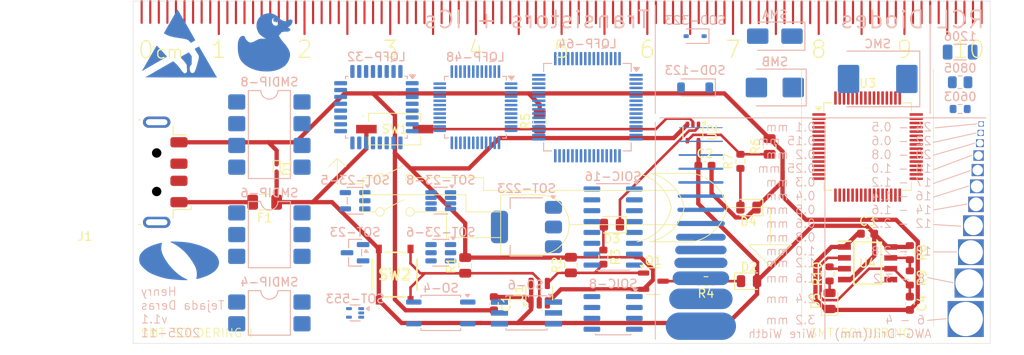
<source format=kicad_pcb>
(kicad_pcb (version 20241229) (generator "pcbnew") (generator_version "9.0")
  (title_block (title "SMT Soldering Training Test Piece") (date "2025-11-26") (rev "1.1") (company "The Shop - Franklin W. Olin College of Engineering") (comment 1 "Henry Tejada Deras"))
  (layers (0 "F.Cu" signal) (2 "B.Cu" signal) (13 "F.Paste" user) (15 "B.Paste" user) (5 "F.SilkS" user "F.Silkscreen") (7 "B.SilkS" user "B.Silkscreen") (1 "F.Mask" user) (3 "B.Mask" user) (25 "Edge.Cuts" user))
  (net 0 "")
  (net 1 "GND")
  (net 2 "+5V")
  (net 3 "Net-(D3-A)")
  (net 4 "Net-(D4-A)")
  (net 5 "Net-(D2-K)")
  (net 6 "Net-(J1-VBUS)")
  (net 9 "Net-(D3-K)")
  (net 10 "Net-(R1-Pad1)")
  (net 11 "Net-(SW1-B)")
  (net 12 "Net-(R6-Pad1)")
  (net 15 "Net-(Q1-D)")
  (net 16 "Net-(Q1-G)")
  (net 77 "Net-(D5-A)")
  (net 82 "/DISCH")
  (net 83 "/THRES")
  (net 85 "Net-(U4-OUT)")
  (footprint "Resistor_SMD:R_0805_2012Metric" (layer "F.Cu") (at 70.47 68.54 90)
    (property "Reference" "R2")
    (property "Value" "10K")
  )
  (footprint "smt_soldering_training:Switch" (layer "F.Cu") (at 51.69 58.3225)
    (property "Reference" "REF**" (hide yes))
    (property "Value" "Switch" (hide yes))
  )
  (footprint "Resistor_SMD:R_0805_2012Metric" (layer "F.Cu") (at 93.66 54.68 90)
    (property "Reference" "R6")
    (property "Value" "10K")
  )
  (footprint "Resistor_SMD:R_0603_1608Metric" (layer "F.Cu") (at 100.66 69.56975 90)
    (property "Reference" "R10")
    (property "Value" "200")
  )
  (footprint "smt_soldering_training:AND Gate" (layer "F.Cu") (at 66.78 62.3225)
    (property "Reference" "REF**" (hide yes))
    (property "Value" "AND Gate" (hide yes))
  )
  (footprint "Resistor_SMD:R_0805_2012Metric" (layer "F.Cu") (at 66.83 51.74 90)
    (property "Reference" "R5")
    (property "Value" "10K")
  )
  (footprint "smt_soldering_training:Switch" (layer "F.Cu") (at 51.69 62.3225)
    (property "Reference" "REF**" (hide yes))
    (property "Value" "Switch" (hide yes))
  )
  (footprint "Diode_SMD:D_SOD-923" (layer "F.Cu") (at 36.14 57.19 -90)
    (property "Reference" "D1")
    (property "Value" "DF2S5.6FS,L3M")
  )
  (footprint "LED_SMD:LED_0805_2012Metric" (layer "F.Cu") (at 91.25625 70.42)
    (property "Reference" "D2")
    (property "Value" "LED")
  )
  (footprint "smt_soldering_training:SOIC127P600X170-8N" (layer "F.Cu") (at 105.09 68.33)
    (property "Reference" "U4")
    (property "Value" "NE555S-13" (hide yes))
  )
  (footprint "smt_soldering_training:rulercm" (layer "F.Cu") (at 19.39 77.6925)
    (property "Reference" "REF**" (hide yes))
    (property "Value" "rulercm")
    (fp_line (start 0 -40) (end 100 -40) (stroke (width 0.05)) (layer "Edge.Cuts"))
    (fp_line (start 0 0) (end 0 -40) (stroke (width 0.05)) (layer "Edge.Cuts"))
    (fp_line (start 100 -40) (end 100 0) (stroke (width 0.05)) (layer "Edge.Cuts"))
    (fp_line (start 100 0) (end 0 0) (stroke (width 0.05)) (layer "Edge.Cuts"))
  )
  (footprint "LED_SMD:LED_0805_2012Metric" (layer "F.Cu") (at 100.66 72.73475 90)
    (property "Reference" "D5")
    (property "Value" "LED")
  )
  (footprint "Resistor_SMD:R_0603_1608Metric" (layer "F.Cu") (at 110.02 67.085 -90)
    (property "Reference" "R8")
    (property "Value" "500k")
  )
  (footprint "Connector_USB:USB_A_Molex_48037-2200_Horizontal" (layer "F.Cu") (at 13.765 57.6925 180)
    (property "Reference" "J1")
    (property "Value" "AU-Y1006-2")
  )
  (footprint "LED_SMD:LED_0805_2012Metric" (layer "F.Cu") (at 91.19 61.822502 180)
    (property "Reference" "D4")
    (property "Value" "LED")
  )
  (footprint "smt_soldering_training:5V" (layer "F.Cu") (at 43.22 59.0525)
    (property "Reference" "REF**" (hide yes))
    (property "Value" "5V" (hide yes))
  )
  (footprint "Resistor_SMD:R_0603_1608Metric" (layer "F.Cu") (at 74.26 67.6075 -90)
    (property "Reference" "R3")
    (property "Value" "200")
  )
  (footprint "Package_TO_SOT_SMD:SOT-23-3" (layer "F.Cu") (at 80.09 70.42)
    (property "Reference" "Q1")
    (property "Value" "2N7002-7-F")
  )
  (footprint "Package_QFP:LQFP-64_10x10mm_P0.5mm" (layer "F.Cu") (at 105.09 54.6925)
    (property "Reference" "U3")
    (property "Value" "LQFP64 IC")
  )
  (footprint "Capacitor_SMD:C_0603_1608Metric" (layer "F.Cu") (at 105.09 64.875)
    (property "Reference" "C3")
    (property "Value" "0.01u")
  )
  (footprint "Capacitor_SMD:C_0603_1608Metric" (layer "F.Cu") (at 86.11 56.95)
    (property "Reference" "C2")
    (property "Value" "0.1u")
  )
  (footprint "smt_soldering_training:XOR Gate" (layer "F.Cu") (at 79.69 61.822502)
    (property "Reference" "REF**" (hide yes))
    (property "Value" "XOR Gate" (hide yes))
  )
  (footprint "Resistor_SMD:R_0603_1608Metric" (layer "F.Cu") (at 86.23625 70.42 180)
    (property "Reference" "R4")
    (property "Value" "200")
  )
  (footprint "Package_TO_SOT_SMD:SOT-353_SC-70-5" (layer "F.Cu") (at 84.71 53.0525 -90)
    (property "Reference" "U2")
    (property "Value" "SN74LVC1G86DCKR")
  )
  (footprint "Capacitor_SMD:C_0603_1608Metric" (layer "F.Cu") (at 110.02 73.005 -90)
    (property "Reference" "C4")
    (property "Value" "1u")
  )
  (footprint "Resistor_SMD:R_0603_1608Metric" (layer "F.Cu") (at 110.02 70.045 -90)
    (property "Reference" "R9")
    (property "Value" "500k")
  )
  (footprint "Package_TO_SOT_SMD:SOT-23-5" (layer "F.Cu") (at 66.78 71.8225 90)
    (property "Reference" "U1")
    (property "Value" "SN74LVC1G08DBVR")
  )
  (footprint "smt_soldering_training:GND" (layer "F.Cu") (at 93.73 66.1725)
    (property "Reference" "REF**" (hide yes))
    (property "Value" "GND" (hide yes))
  )
  (footprint "Capacitor_SMD:C_0603_1608Metric" (layer "F.Cu") (at 61.49 73.05 -90)
    (property "Reference" "C1")
    (property "Value" "0.1u")
  )
  (footprint "Resistor_SMD:R_0603_1608Metric" (layer "F.Cu") (at 90.25 56.42 90)
    (property "Reference" "R7")
    (property "Value" "200")
  )
  (footprint "smt_soldering_training:PTS526SM15SMTR2LFS" (layer "F.Cu") (at 49.91 69.6525 90)
    (property "Reference" "SW2")
    (property "Value" "PTS526SM15SMTR2 LFS" (hide yes))
  )
  (footprint "Resistor_SMD:R_0805_2012Metric" (layer "F.Cu") (at 58.14 68.58 90)
    (property "Reference" "R1")
    (property "Value" "10K")
  )
  (footprint "smt_soldering_training:PTS636SK25FSMTRLFS" (layer "F.Cu") (at 49.91 52.6525)
    (property "Reference" "SW1")
    (property "Value" "PTS636SK25FSMTR LFS" (hide yes))
  )
  (footprint "LED_SMD:LED_0805_2012Metric" (layer "F.Cu") (at 75.26 63.8225 180)
    (property "Reference" "D3")
    (property "Value" "LED")
  )
  (footprint "Fuse:Fuse_1206_3216Metric" (layer "F.Cu") (at 34.74 61.19 180)
    (property "Reference" "F1")
    (property "Value" "250m")
  )
  (footprint "Untitled" (layer "B.Cu") (at 117.34 63.943 -90)
    (property "Reference" "REF**" (hide yes))
    (property "Value" "Untitled" (hide yes))
  )
  (footprint "Package_TO_SOT_SMD:SOT-23-8" (layer "B.Cu") (at 55.29 61.0105 180)
    (property "Reference" "SOT-23-8")
    (property "Value" "SOT-23-8")
  )
  (footprint "Package_DIP:SMDIP-4_W7.62mm" (layer "B.Cu") (at 35.29 74.1305 180)
    (property "Reference" "SMDIP-4")
    (property "Value" "SMDIP-4_W7.62mm")
  )
  (footprint "Package_SO:SOIC-8_3.9x4.9mm_P1.27mm" (layer "B.Cu") (at 75.4 74.1305 180)
    (property "Reference" "SOIC-8")
    (property "Value" "SOIC-8_3.9x4.9mm_P1.27mm")
  )
  (footprint "Package_TO_SOT_SMD:SOT-23-6" (layer "B.Cu") (at 55.29 67.098 180)
    (property "Reference" "SOT-23-6")
    (property "Value" "SOT-23-6")
  )
  (footprint "Package_TO_SOT_SMD:SOT-223" (layer "B.Cu") (at 65.29 64.093 180)
    (property "Reference" "SOT-223")
    (property "Value" "SOT-223")
  )
  (footprint "Package_QFP:LQFP-64_10x10mm_P0.5mm" (layer "B.Cu") (at 72.4 50.093 180)
    (property "Reference" "LQFP-64")
    (property "Value" "LQFP-64_10x10mm_P0.5mm")
  )
  (footprint "Package_SO:SO-4_4.4x3.9mm_P2.54mm" (layer "B.Cu") (at 55.29 74.1305 180)
    (property "Reference" "SO-4")
    (property "Value" "SO-4_4.4x3.9mm_P2.54mm")
  )
  (footprint "Untitled" (layer "B.Cu") (at 117.94 57.443 -90)
    (property "Reference" "REF**" (hide yes))
    (property "Value" "Untitled" (hide yes))
  )
  (footprint "Resistor_SMD:R_0603_1608Metric" (layer "B.Cu") (at 115.89 50.303 180)
    (property "Reference" "0603")
    (property "Value" "R_0603_1608Metric")
  )
  (footprint "Untitled" (layer "B.Cu") (at 118.19 54.293 -90)
    (property "Reference" "REF**" (hide yes))
    (property "Value" "Untitled" (hide yes))
  )
  (footprint "Untitled" (layer "B.Cu") (at 117.74 61.443 -90)
    (property "Reference" "REF**" (hide yes))
    (property "Value" "Untitled" (hide yes))
  )
  (footprint "Diode_SMD:D_SMA" (layer "B.Cu") (at 94.27 41.793 180)
    (property "Reference" "SMA")
    (property "Value" "D_SMA")
  )
  (footprint "Package_QFP:LQFP-32_7x7mm_P0.8mm" (layer "B.Cu") (at 47.78 50.093 180)
    (property "Reference" "LQFP-32")
    (property "Value" "LQFP-32_7x7mm_P0.8mm")
  )
  (footprint "Diode_SMD:D_SOD-123" (layer "B.Cu") (at 84.97 47.793 180)
    (property "Reference" "SOD-123")
    (property "Value" "D_SOD-123")
  )
  (footprint "Diode_SMD:D_SMB" (layer "B.Cu") (at 94.27 47.793 180)
    (property "Reference" "SMB")
    (property "Value" "D_SMB")
  )
  (footprint "Untitled" (layer "B.Cu") (at 118.04 55.743 -90)
    (property "Reference" "REF**" (hide yes))
    (property "Value" "Untitled" (hide yes))
  )
  (footprint "Package_SO:SOIC-16_3.9x9.9mm_P1.27mm" (layer "B.Cu") (at 75.4 64.093 180)
    (property "Reference" "SOIC-16")
    (property "Value" "SOIC-16_3.9x9.9mm_P1.27mm")
  )
  (footprint "Untitled" (layer "B.Cu") (at 116.54 74.843 -90)
    (property "Reference" "REF**" (hide yes))
    (property "Value" "Untitled" (hide yes))
  )
  (footprint "Package_TO_SOT_SMD:SOT-553" (layer "B.Cu") (at 45.29 74.1305 180)
    (property "Reference" "SOT-553")
    (property "Value" "SOT-553")
  )
  (footprint "Untitled" (layer "B.Cu") (at 117.84 59.343 -90)
    (property "Reference" "REF**" (hide yes))
    (property "Value" "Untitled" (hide yes))
  )
  (footprint "Package_DIP:SMDIP-6_W7.62mm" (layer "B.Cu") (at 35.29 64.9805 180)
    (property "Reference" "SMDIP-6")
    (property "Value" "SMDIP-6_W7.62mm")
  )
  (footprint "Diode_SMD:D_SOD-323" (layer "B.Cu") (at 84.97 41.793 180)
    (property "Reference" "SOD-323")
    (property "Value" "D_SOD-323")
  )
  (footprint "Untitled" (layer "B.Cu") (at 118.29 53.093 -90)
    (property "Reference" "REF**" (hide yes))
    (property "Value" "Untitled" (hide yes))
  )
  (footprint "Package_QFP:LQFP-48_7x7mm_P0.5mm" (layer "B.Cu") (at 59.33 50.093 180)
    (property "Reference" "LQFP-48")
    (property "Value" "LQFP-48_7x7mm_P0.5mm")
  )
  (footprint "Resistor_SMD:R_1206_3216Metric" (layer "B.Cu") (at 115.89 43.653 180)
    (property "Reference" "1206")
    (property "Value" "R_1206_3216Metric")
  )
  (footprint "OEM:R_0805_2012Metric" (layer "B.Cu") (at 115.89 47.178 180)
    (property "Reference" "0805")
    (property "Value" "R_0805_2012Metric")
  )
  (footprint "Package_TO_SOT_SMD:SOT-23-5" (layer "B.Cu") (at 45.29 61.023 180)
    (property "Reference" "SOT-23-5")
    (property "Value" "SOT-23-5")
  )
  (footprint "Package_TO_SOT_SMD:SOT-23" (layer "B.Cu") (at 45.29 67.098 180)
    (property "Reference" "SOT-23")
    (property "Value" "SOT-23")
  )
  (footprint "Untitled" (layer "B.Cu") (at 118.34 52.043 -90)
    (property "Reference" "REF**" (hide yes))
    (property "Value" "Untitled" (hide yes))
  )
  (footprint "Diode_SMD:D_SMC" (layer "B.Cu") (at 106.27 46.793 180)
    (property "Reference" "SMC")
    (property "Value" "D_SMC")
  )
  (footprint "LOGO" (layer "B.Cu") (at 24.79 68.1305 180)
    (property "Reference" "G***" (hide yes))
    (property "Value" "LOGO" (hide yes))
  )
  (footprint "Untitled" (layer "B.Cu") (at 116.94 70.643 -90)
    (property "Reference" "REF**" (hide yes))
    (property "Value" "Untitled" (hide yes))
  )
  (footprint "Symbol:ESD-Logo_8.9x8mm_SilkScreen" (layer "B.Cu") (at 24.79 42.6305 180)
    (property "Reference" "REF**" (hide yes))
    (property "Value" "ESD-Logo_8.9x8mm_SilkScreen" (hide yes))
  )
  (footprint "Untitled" (layer "B.Cu") (at 117.14 67.043 -90)
    (property "Reference" "REF**" (hide yes))
    (property "Value" "Untitled" (hide yes))
  )
  (footprint "Package_DIP:SMDIP-8_W7.62mm" (layer "B.Cu") (at 35.29 53.2905 180)
    (property "Reference" "SMDIP-8")
    (property "Value" "SMDIP-8_W7.62mm")
  )
  (footprint "Package_SO:SO-6_4.4x3.6mm_P1.27mm" (layer "B.Cu") (at 65.29 74.1305 180)
    (property "Reference" "SO-6")
    (property "Value" "SO-6_4.4x3.6mm_P1.27mm")
  )
  (footprint "LOGO" (layer "B.Cu") (at 34.801095 42.651354 180)
    (property "Reference" "G***" (hide yes))
    (property "Value" "LOGO" (hide yes))
  )
  (gr_line (start 88.14 63.683) (end 83.14 63.683) (stroke (width 0.6)) (layer "B.Cu"))
  (gr_line (start 88.14 68.283) (end 83.14 68.283) (stroke (width 1.2)) (layer "B.Cu"))
  (gr_line (start 88.14 70.083) (end 83.14 70.083) (stroke (width 1.6)) (layer "B.Cu"))
  (gr_line (start 88.14 58.883) (end 83.14 58.883) (stroke (width 0.3)) (layer "B.Cu"))
  (gr_line (start 88.14 52.483) (end 83.14 52.483) (stroke (width 0.1)) (layer "B.Cu"))
  (gr_line (start 88.14 75.683) (end 83.14 75.683) (stroke (width 3.2)) (layer "B.Cu"))
  (gr_line (start 88.14 62.083) (end 83.14 62.083) (stroke (width 0.5)) (layer "B.Cu"))
  (gr_line (start 88.14 57.283) (end 83.14 57.283) (stroke (width 0.25)) (layer "B.Cu"))
  (gr_line (start 88.14 54.083) (end 83.14 54.083) (stroke (width 0.15)) (layer "B.Cu"))
  (gr_line (start 88.14 66.783) (end 83.14 66.783) (stroke (width 1)) (layer "B.Cu"))
  (gr_line (start 88.14 65.283) (end 83.14 65.283) (stroke (width 0.8)) (layer "B.Cu"))
  (gr_line (start 88.14 72.483) (end 83.14 72.483) (stroke (width 2.4)) (layer "B.Cu"))
  (gr_line (start 88.14 60.483) (end 83.14 60.483) (stroke (width 0.4)) (layer "B.Cu"))
  (gr_line (start 88.14 55.683) (end 83.14 55.683) (stroke (width 0.2)) (layer "B.Cu"))
  (gr_line (start 74.28 59.8225) (end 60.38 59.8225) (stroke (width 0.1)) (layer "F.SilkS"))
  (gr_line (start 46.19 60.3225) (end 58.22 60.3225) (stroke (width 0.1)) (layer "F.SilkS"))
  (gr_line (start 58.22 61.3225) (end 58.22 62.3225) (stroke (width 0.1)) (layer "F.SilkS"))
  (gr_line (start 60.28 58.3225) (end 53.69 58.3225) (stroke (width 0.1)) (layer "F.SilkS"))
  (gr_line (start 89.69 61.822502) (end 93.73 61.822502) (stroke (width 0.1)) (layer "F.SilkS"))
  (gr_line (start 112.79 75.6925) (end 112.79 45.6925) (stroke (width 0.1)) (layer "F.SilkS"))
  (gr_line (start 58.28 65.3225) (end 55.95 65.3225) (stroke (width 0.1)) (layer "F.SilkS"))
  (gr_line (start 58.28 62.3225) (end 58.22 62.3225) (stroke (width 0.1)) (layer "F.SilkS"))
  (gr_line (start 55.95 65.3225) (end 55.95 63.822502) (stroke (width 0.1)) (layer "F.SilkS"))
  (gr_line (start 43.22 59.0525) (end 46.19 59.0525) (stroke (width 0.1)) (layer "F.SilkS"))
  (gr_line (start 97.39 75.6925) (end 97.39 45.6925) (stroke (width 0.1)) (layer "F.SilkS"))
  (gr_line (start 58.22 60.3225) (end 58.22 61.3225) (stroke (width 0.1)) (layer "F.SilkS"))
  (gr_line (start 60.38 59.8225) (end 60.28 59.8225) (stroke (width 0.1)) (layer "F.SilkS"))
  (gr_line (start 60.28 58.3225) (end 60.28 59.8225) (stroke (width 0.1)) (layer "F.SilkS"))
  (gr_line (start 74.28 59.8225) (end 77.29 59.822502) (stroke (width 0.1)) (layer "F.SilkS"))
  (gr_line (start 46.19 58.3225) (end 46.19 62.3225) (stroke (width 0.1)) (layer "F.SilkS"))
  (gr_line (start 74.28 63.8225) (end 77.29 63.822502) (stroke (width 0.1)) (layer "F.SilkS"))
  (gr_line (start 53.69 62.3225) (end 55.95 62.3225) (stroke (width 0.1)) (layer "F.SilkS"))
  (gr_line (start 55.95 62.3225) (end 55.95 63.822502) (stroke (width 0.1)) (layer "F.SilkS"))
  (gr_line (start 93.73 63.1725) (end 93.73 61.8225) (stroke (width 0.1)) (layer "F.SilkS"))
  (gr_line (start 100.11 51.843) (end 100.11 77.193) (stroke (width 0.1)) (layer "B.SilkS"))
  (gr_line (start 108.28 51.343) (end 97.33 51.343) (stroke (width 0.1)) (layer "B.SilkS"))
  (gr_line (start 115.98 64.003) (end 112.78 63.803) (stroke (width 0.1)) (layer "B.SilkS"))
  (gr_line (start 117.88 52.04) (end 112.98 52.503) (stroke (width 0.1)) (layer "B.SilkS"))
  (gr_line (start 117.78 53.103) (end 112.78 54.203) (stroke (width 0.1)) (layer "B.SilkS"))
  (gr_line (start 116.88 59.303) (end 112.78 60.603) (stroke (width 0.1)) (layer "B.SilkS"))
  (gr_line (start 118.89 51.343) (end 108.28 51.343) (stroke (width 0.1)) (layer "B.SilkS"))
  (gr_line (start 115.08 70.603) (end 112.08 70.003) (stroke (width 0.1)) (layer "B.SilkS"))
  (gr_line (start 116.68 61.403) (end 112.78 62.103) (stroke (width 0.1)) (layer "B.SilkS"))
  (gr_line (start 117.58 54.303) (end 112.78 55.703) (stroke (width 0.1)) (layer "B.SilkS"))
  (gr_line (start 97.33 51.343) (end 83.705 51.343) (stroke (width 0.1)) (layer "B.SilkS"))
  (gr_line (start 114.28 74.803) (end 112.08 75.003) (stroke (width 0.1)) (layer "B.SilkS"))
  (gr_line (start 117.08 57.503) (end 112.78 59.003) (stroke (width 0.1)) (layer "B.SilkS"))
  (gr_line (start 115.48 67.003) (end 112.78 67.003) (stroke (width 0.1)) (layer "B.SilkS"))
  (gr_line (start 112.39 38.193) (end 112.39 50.843) (stroke (width 0.1)) (layer "B.SilkS"))
  (gr_line (start 117.28 55.703) (end 112.78 57.393) (stroke (width 0.1)) (layer "B.SilkS"))
  (gr_line (start 80.32 51.843) (end 80.32 77.193) (stroke (width 0.1)) (layer "B.SilkS"))
  (gr_line (start 83.705 51.343) (end 80.82 51.343) (stroke (width 0.1)) (layer "B.SilkS"))
  (gr_line (start 80.32 38.193) (end 80.32 50.843) (stroke (width 0.1)) (layer "B.SilkS"))
  (gr_text "SMT SOLDERING I" (at 20.22 77.0525 0) (layer "F.SilkS") (effects (font (size 1 1) (thickness 0.1)) (justify left bottom)))
  (gr_text "SMT SOLDERING II" (at 98.22 77.0525 0) (layer "F.SilkS") (effects (font (size 1 1) (thickness 0.1)) (justify left bottom)))
  (gr_text "0.1 mm\n0.15 mm\n0.2 mm\n0.25 mm\n0.3 mm\n0.4 mm\n0.5 mm\n0.6 mm\n0.8 mm\n1.0 mm" (at 99.08 51.833 0) (layer "B.SilkS") (effects (font (size 1 1) (thickness 0.1)) (justify left top mirror)))
  (gr_text "1.2 mm" (at 99.08 68.283 0) (layer "B.SilkS") (effects (font (size 1 1) (thickness 0.1)) (justify left mirror)))
  (gr_text "Transistors + ICs" (at 79.89 38.693 0) (layer "B.SilkS") (effects (font (size 2 2) (thickness 0.2)) (justify left top mirror)))
  (gr_text "Henry\nTejada Deras\nv1.1\n2025-11" (at 20.22 77.0525 0) (layer "B.SilkS") (effects (font (size 1 1) (thickness 0.1)) (justify right bottom mirror)))
  (gr_text "3.2 mm\nWire Width" (at 99.08 77.153 0) (layer "B.SilkS") (effects (font (size 1 1) (thickness 0.1)) (justify left bottom mirror)))
  (gr_text "1.6 mm" (at 99.08 70.083 0) (layer "B.SilkS") (effects (font (size 1 1) (thickness 0.1)) (justify left mirror)))
  (gr_text "2.4 mm" (at 99.08 72.483 0) (layer "B.SilkS") (effects (font (size 1 1) (thickness 0.1)) (justify left mirror)))
  (gr_text "24 - 0.5\n22 - 0.6\n20 - 0.8\n18 - 1.0\n17 - 1.2\n16 - 1.4\n14 - 1.6\n12 - 2.2\n\n10 - 2.8\n\n 8 - 3.2\n\n\n 6 - 4\nAWG-Drill(mm)" (at 112.63 51.833 0) (layer "B.SilkS") (effects (font (size 1 1) (thickness 0.1)) (justify left top mirror)))
  (gr_text "RCL" (at 118.89 38.6955 0) (layer "B.SilkS") (effects (font (size 2 2) (thickness 0.2)) (justify left top mirror)))
  (gr_text "Diodes" (at 111.89 38.693 0) (layer "B.SilkS") (effects (font (size 2 2) (thickness 0.2)) (justify left top mirror)))
  (segment (start 95.17 55.2775) (end 95.17 57.61) (width 0.5) (layer "F.Cu") (net 1))
  (segment (start 100.66 73.67225) (end 100.1372 73.67225) (width 0.5) (layer "F.Cu") (net 1))
  (segment (start 86.885 60.14428) (end 89.714222 62.973502) (width 0.5) (layer "F.Cu") (net 1))
  (segment (start 62.1175 53.7025) (end 82.46 53.7025) (width 0.5) (layer "F.Cu") (net 1))
  (segment (start 70.43 67.6675) (end 70.47 67.6275) (width 0.5) (layer "F.Cu") (net 1))
  (segment (start 78.9525 71.37) (end 80.066 70.2565) (width 0.5) (layer "F.Cu") (net 1))
  (segment (start 95.17 58.780002) (end 95.17 57.61) (width 0.5) (layer "F.Cu") (net 1))
  (segment (start 58.14 63.65) (end 58.14 67.6675) (width 0.5) (layer "F.Cu") (net 1))
  (segment (start 104.315 64.875) (end 103.94 64.875) (width 0.5) (layer "F.Cu") (net 1))
  (segment (start 58.18 67.6275) (end 58.14 67.6675) (width 0.5) (layer "F.Cu") (net 1))
  (segment (start 51.195 73.825) (end 61.49 73.825) (width 0.5) (layer "F.Cu") (net 1))
  (segment (start 80.066 70.2565) (end 80.066 69.0669) (width 0.5) (layer "F.Cu") (net 1))
  (segment (start 50.370364 48.4815) (end 65.53 48.4815) (width 0.5) (layer "F.Cu") (net 1))
  (segment (start 49.94 55.45) (end 49.94 72.57) (width 0.5) (layer "F.Cu") (net 1))
  (segment (start 49.94 51.05) (end 49.94 55.45) (width 0.5) (layer "F.Cu") (net 1))
  (segment (start 110.02 73.78) (end 100.76775 73.78) (width 0.5) (layer "F.Cu") (net 1))
  (segment (start 108.409196 63.248) (end 110.946 65.784804) (width 0.5) (layer "F.Cu") (net 1))
  (segment (start 99.008 68.287034) (end 100.870034 66.425) (width 0.5) (layer "F.Cu") (net 1))
  (segment (start 36.14 55.1525) (end 35.18 54.1925) (width 0.5) (layer "F.Cu") (net 1))
  (segment (start 93.66 53.7675) (end 95.17 55.2775) (width 0.5) (layer "F.Cu") (net 1))
  (segment (start 58.14 67.6675) (end 70.43 67.6675) (width 0.5) (layer "F.Cu") (net 1))
  (segment (start 78.6266 67.6275) (end 78.0025 67.6275) (width 0.5) (layer "F.Cu") (net 1))
  (segment (start 47.46 48.4815) (end 47.46 48.57) (width 0.5) (layer "F.Cu") (net 1))
  (segment (start 38.3625 54.1925) (end 44.0735 48.4815) (width 0.5) (layer "F.Cu") (net 1))
  (segment (start 69.32 71.37) (end 78.9525 71.37) (width 0.5) (layer "F.Cu") (net 1))
  (segment (start 47.46 48.57) (end 49.94 51.05) (width 0.5) (layer "F.Cu") (net 1))
  (segment (start 80.066 69.0669) (end 78.6266 67.6275) (width 0.5) (layer "F.Cu") (net 1))
  (segment (start 51.735 57.245) (end 52.7 58.21) (width 0.5) (layer "F.Cu") (net 1))
  (segment (start 66.83 50.8275) (end 66.83 49.7815) (width 0.5) (layer "F.Cu") (net 1))
  (segment (start 92.1275 61.822502) (end 95.17 58.780002) (width 0.5) (layer "F.Cu") (net 1))
  (segment (start 36.14 56.77) (end 36.14 55.1525) (width 0.5) (layer "F.Cu") (net 1))
  (segment (start 97.908 63.248) (end 108.409196 63.248) (width 0.5) (layer "F.Cu") (net 1))
  (segment (start 47.46 48.4815) (end 50.370364 48.4815) (width 0.5) (layer "F.Cu") (net 1))
  (segment (start 38.3625 54.1925) (end 35.18 54.1925) (width 0.5) (layer "F.Cu") (net 1))
  (segment (start 49.94 72.57) (end 51.195 73.825) (width 0.5) (layer "F.Cu") (net 1))
  (segment (start 110.946 72.854) (end 110.02 73.78) (width 0.5) (layer "F.Cu") (net 1))
  (segment (start 95.17 57.61) (end 95.17 60.51) (width 0.5) (layer "F.Cu") (net 1))
  (segment (start 100.1372 73.67225) (end 99.008 72.54305) (width 0.5) (layer "F.Cu") (net 1))
  (segment (start 88.374 48.4815) (end 65.53 48.4815) (width 0.5) (layer "F.Cu") (net 1))
  (segment (start 52.7 58.21) (end 58.14 63.65) (width 0.5) (layer "F.Cu") (net 1))
  (segment (start 44.0735 48.4815) (end 47.46 48.4815) (width 0.5) (layer "F.Cu") (net 1))
  (segment (start 100.870034 66.425) (end 102.39 66.425) (width 0.5) (layer "F.Cu") (net 1))
  (segment (start 99.008 72.54305) (end 99.008 68.287034) (width 0.5) (layer "F.Cu") (net 1))
  (segment (start 70.47 67.6275) (end 78.0025 67.6275) (width 0.3) (layer "F.Cu") (net 1))
  (segment (start 110.946 65.784804) (end 110.946 72.854) (width 0.5) (layer "F.Cu") (net 1))
  (segment (start 95.17 60.51) (end 97.908 63.248) (width 0.5) (layer "F.Cu") (net 1))
  (segment (start 58.575 57.245) (end 51.735 57.245) (width 0.5) (layer "F.Cu") (net 1))
  (segment (start 67.73 72.96) (end 69.32 71.37) (width 0.5) (layer "F.Cu") (net 1))
  (segment (start 62.1175 53.7025) (end 58.575 57.245) (width 0.5) (layer "F.Cu") (net 1))
  (segment (start 100.76775 73.78) (end 100.66 73.67225) (width 0.5) (layer "F.Cu") (net 1))
  (segment (start 89.714222 62.973502) (end 90.9765 62.973502) (width 0.5) (layer "F.Cu") (net 1))
  (segment (start 86.885 56.95) (end 86.885 60.14428) (width 0.5) (layer "F.Cu") (net 1))
  (segment (start 103.94 64.875) (end 102.39 66.425) (width 0.5) (layer "F.Cu") (net 1))
  (segment (start 35.18 54.1925) (end 24.74 54.1925) (width 0.5) (layer "F.Cu") (net 1))
  (segment (start 93.66 53.7675) (end 88.374 48.4815) (width 0.5) (layer "F.Cu") (net 1))
  (segment (start 49.94 55.45) (end 51.735 57.245) (width 0.5) (layer "F.Cu") (net 1))
  (segment (start 90.9765 62.973502) (end 92.1275 61.822502) (width 0.5) (layer "F.Cu") (net 1))
  (segment (start 66.83 49.7815) (end 65.53 48.4815) (width 0.5) (layer "F.Cu") (net 1))
  (segment (start 82.46 53.7025) (end 84.06 52.1025) (width 0.5) (layer "F.Cu") (net 1))
  (segment (start 59.94 75.31) (end 64.26 75.31) (width 0.5) (layer "F.Cu") (net 2))
  (segment (start 65.83 70.685) (end 65.83 72.96) (width 0.5) (layer "F.Cu") (net 2))
  (segment (start 105.865 67.467) (end 103.097 70.235) (width 0.5) (layer "F.Cu") (net 2))
  (segment (start 61.49 72.275) (end 65.145 72.275) (width 0.5) (layer "F.Cu") (net 2))
  (segment (start 65.83 73.74) (end 64.26 75.31) (width 0.5) (layer "F.Cu") (net 2))
  (segment (start 52.7175 75.31) (end 59.94 75.31) (width 0.5) (layer "F.Cu") (net 2))
  (segment (start 92.19375 70.42) (end 92.19375 68.22375) (width 0.5) (layer "F.Cu") (net 2))
  (segment (start 85.36 56.925) (end 85.335 56.95) (width 0.5) (layer "F.Cu") (net 2))
  (segment (start 104.939 63.949) (end 105.865 64.875) (width 0.5) (layer "F.Cu") (net 2))
  (segment (start 109.855 66.425) (end 110.02 66.26) (width 0.5) (layer "F.Cu") (net 2))
  (segment (start 64.26 75.31) (end 71.09 75.31) (width 0.5) (layer "F.Cu") (net 2))
  (segment (start 42.5975 61.19) (end 48.06 66.6525) (width 0.5) (layer "F.Cu") (net 2))
  (segment (start 85.36 54.0025) (end 85.36 56.925) (width 0.5) (layer "F.Cu") (net 2))
  (segment (start 92.19375 70.42) (end 98.66475 63.949) (width 0.5) (layer "F.Cu") (net 2))
  (segment (start 107.79 66.425) (end 109.855 66.425) (width 0.5) (layer "F.Cu") (net 2))
  (segment (start 92.19375 68.22375) (end 85.335 61.365) (width 0.5) (layer "F.Cu") (net 2))
  (segment (start 48.06 66.6525) (end 48.06 72.6525) (width 0.5) (layer "F.Cu") (net 2))
  (segment (start 107.79 66.425) (end 107.415 66.425) (width 0.5) (layer "F.Cu") (net 2))
  (segment (start 36.14 61.19) (end 40.35 61.19) (width 0.5) (layer "F.Cu") (net 2))
  (segment (start 105.865 64.875) (end 105.865 67.467) (width 0.5) (layer "F.Cu") (net 2))
  (segment (start 40.35 61.19) (end 46.61 54.93) (width 0.5) (layer "F.Cu") (net 2))
  (segment (start 71.09 75.31) (end 73.18 75.31) (width 0.5) (layer "F.Cu") (net 2))
  (segment (start 103.097 70.235) (end 102.39 70.235) (width 0.5) (layer "F.Cu") (net 2))
  (segment (start 48.06 72.6525) (end 50.7175 75.31) (width 0.5) (layer "F.Cu") (net 2))
  (segment (start 40.35 61.19) (end 42.5975 61.19) (width 0.5) (layer "F.Cu") (net 2))
  (segment (start 73.18 75.31) (end 88.82 75.31) (width 0.5) (layer "F.Cu") (net 2))
  (segment (start 88.82 75.31) (end 92.19375 71.93625) (width 0.5) (layer "F.Cu") (net 2))
  (segment (start 85.335 61.365) (end 85.335 56.95) (width 0.5) (layer "F.Cu") (net 2))
  (segment (start 107.415 66.425) (end 105.865 64.875) (width 0.5) (layer "F.Cu") (net 2))
  (segment (start 36.14 61.19) (end 36.14 57.61) (width 0.5) (layer "F.Cu") (net 2))
  (segment (start 50.7175 75.31) (end 52.7175 75.31) (width 0.5) (layer "F.Cu") (net 2))
  (segment (start 98.66475 63.949) (end 104.939 63.949) (width 0.5) (layer "F.Cu") (net 2))
  (segment (start 46.61 54.93) (end 46.61 52.6525) (width 0.5) (layer "F.Cu") (net 2))
  (segment (start 65.145 72.275) (end 65.83 72.96) (width 0.5) (layer "F.Cu") (net 2))
  (segment (start 92.19375 71.93625) (end 92.19375 70.42) (width 0.5) (layer "F.Cu") (net 2))
  (segment (start 65.83 72.96) (end 65.83 73.74) (width 0.5) (layer "F.Cu") (net 2))
  (segment (start 74.26 66.7825) (end 74.26 63.885) (width 0.3) (layer "F.Cu") (net 3))
  (segment (start 74.26 63.885) (end 74.3225 63.8225) (width 0.3) (layer "F.Cu") (net 3))
  (segment (start 90.25 61.820002) (end 90.2525 61.822502) (width 0.3) (layer "F.Cu") (net 4))
  (segment (start 90.25 57.245) (end 90.25 61.820002) (width 0.3) (layer "F.Cu") (net 4))
  (segment (start 87.06125 70.42) (end 90.31875 70.42) (width 0.3) (layer "F.Cu") (net 5))
  (segment (start 24.74 61.1925) (end 33.3375 61.1925) (width 0.5) (layer "F.Cu") (net 6))
  (segment (start 33.3375 61.1925) (end 33.34 61.19) (width 0.5) (layer "F.Cu") (net 6))
  (segment (start 85.36 52.1025) (end 85.36 52.427499) (width 0.3) (layer "F.Cu") (net 9))
  (segment (start 76.1975 60.899418) (end 76.1975 63.8225) (width 0.3) (layer "F.Cu") (net 9))
  (segment (start 84.961999 52.8255) (end 84.271418 52.8255) (width 0.3) (layer "F.Cu") (net 9))
  (segment (start 85.36 52.427499) (end 84.961999 52.8255) (width 0.3) (layer "F.Cu") (net 9))
  (segment (start 84.271418 52.8255) (end 76.1975 60.899418) (width 0.3) (layer "F.Cu") (net 9))
  (segment (start 51.76 71.1625) (end 53.42 69.5025) (width 0.3) (layer "F.Cu") (net 10))
  (segment (start 51.76 72.6525) (end 51.76 71.1625) (width 0.3) (layer "F.Cu") (net 10))
  (segment (start 53.42 69.5025) (end 58.13 69.5025) (width 0.3) (layer "F.Cu") (net 10))
  (segment (start 51.76 68.3525) (end 52.91 69.5025) (width 0.3) (layer "F.Cu") (net 10))
  (segment (start 52.91 69.5025) (end 53.42 69.5025) (width 0.3) (layer "F.Cu") (net 10))
  (segment (start 51.76 66.6525) (end 51.76 68.3525) (width 0.3) (layer "F.Cu") (net 10))
  (segment (start 58.13 69.5025) (end 58.14 69.4925) (width 0.3) (layer "F.Cu") (net 10))
  (segment (start 66.012678 69.4925) (end 66.78 70.259822) (width 0.3) (layer "F.Cu") (net 10))
  (segment (start 66.78 70.259822) (end 66.78 72.96) (width 0.3) (layer "F.Cu") (net 10))
  (segment (start 58.14 69.4925) (end 66.012678 69.4925) (width 0.3) (layer "F.Cu") (net 10))
  (segment (start 84.71 51.786918) (end 84.349582 51.4265) (width 0.3) (layer "F.Cu") (net 11))
  (segment (start 84.71 52.1025) (end 84.71 51.786918) (width 0.3) (layer "F.Cu") (net 11))
  (segment (start 53.21 52.6525) (end 66.83 52.6525) (width 0.3) (layer "F.Cu") (net 11))
  (segment (start 80.3875 52.6525) (end 66.83 52.6525) (width 0.3) (layer "F.Cu") (net 11))
  (segment (start 81.6135 51.4265) (end 80.3875 52.6525) (width 0.3) (layer "F.Cu") (net 11))
  (segment (start 84.349582 51.4265) (end 81.6135 51.4265) (width 0.3) (layer "F.Cu") (net 11))
  (segment (start 84.06 54.0025) (end 84.736 53.3265) (width 0.3) (layer "F.Cu") (net 12))
  (segment (start 90.3475 55.5925) (end 93.66 55.5925) (width 0.3) (layer "F.Cu") (net 12))
  (segment (start 90.25 55.595) (end 90.345 55.595) (width 0.3) (layer "F.Cu") (net 12))
  (segment (start 90.345 55.595) (end 90.3475 55.5925) (width 0.3) (layer "F.Cu") (net 12))
  (segment (start 84.736 53.3265) (end 87.9815 53.3265) (width 0.3) (layer "F.Cu") (net 12))
  (segment (start 87.9815 53.3265) (end 90.25 55.595) (width 0.3) (layer "F.Cu") (net 12))
  (segment (start 85.41125 70.42) (end 81.2275 70.42) (width 0.3) (layer "F.Cu") (net 15))
  (segment (start 73.24 69.4525) (end 74.26 68.4325) (width 0.3) (layer "F.Cu") (net 16))
  (segment (start 70.47 69.4525) (end 73.24 69.4525) (width 0.3) (layer "F.Cu") (net 16))
  (segment (start 73.24 69.4525) (end 78.935 69.4525) (width 0.3) (layer "F.Cu") (net 16))
  (segment (start 68.9625 69.4525) (end 67.73 70.685) (width 0.3) (layer "F.Cu") (net 16))
  (segment (start 70.47 69.4525) (end 68.9625 69.4525) (width 0.3) (layer "F.Cu") (net 16))
  (segment (start 78.935 69.4525) (end 78.9525 69.47) (width 0.3) (layer "F.Cu") (net 16))
  (segment (start 100.66 71.79725) (end 100.66 70.39475) (width 0.3) (layer "F.Cu") (net 77))
  (segment (start 107.79 67.695) (end 109.805 67.695) (width 0.3) (layer "F.Cu") (net 82))
  (segment (start 109.805 67.695) (end 110.02 67.91) (width 0.3) (layer "F.Cu") (net 82))
  (segment (start 110.02 67.91) (end 110.02 69.22) (width 0.3) (layer "F.Cu") (net 82))
  (segment (start 110.02 70.87) (end 108.115 68.965) (width 0.3) (layer "F.Cu") (net 83))
  (segment (start 101.59425 72.63575) (end 105.265 68.965) (width 0.3) (layer "F.Cu") (net 83))
  (segment (start 99.950642 72.63575) (end 101.59425 72.63575) (width 0.3) (layer "F.Cu") (net 83))
  (segment (start 102.39 67.695) (end 100.449976 67.695) (width 0.3) (layer "F.Cu") (net 83))
  (segment (start 108.115 68.965) (end 107.79 68.965) (width 0.3) (layer "F.Cu") (net 83))
  (segment (start 99.609 68.535976) (end 99.609 72.294108) (width 0.3) (layer "F.Cu") (net 83))
  (segment (start 105.265 68.965) (end 107.79 68.965) (width 0.3) (layer "F.Cu") (net 83))
  (segment (start 110.02 70.87) (end 110.02 72.23) (width 0.3) (layer "F.Cu") (net 83))
  (segment (start 100.449976 67.695) (end 99.609 68.535976) (width 0.3) (layer "F.Cu") (net 83))
  (segment (start 99.609 72.294108) (end 99.950642 72.63575) (width 0.3) (layer "F.Cu") (net 83))
  (segment (start 102.39 68.965) (end 100.88025 68.965) (width 0.3) (layer "F.Cu") (net 85))
  (segment (start 100.88025 68.965) (end 100.66 68.74475) (width 0.3) (layer "F.Cu") (net 85))
)
</source>
